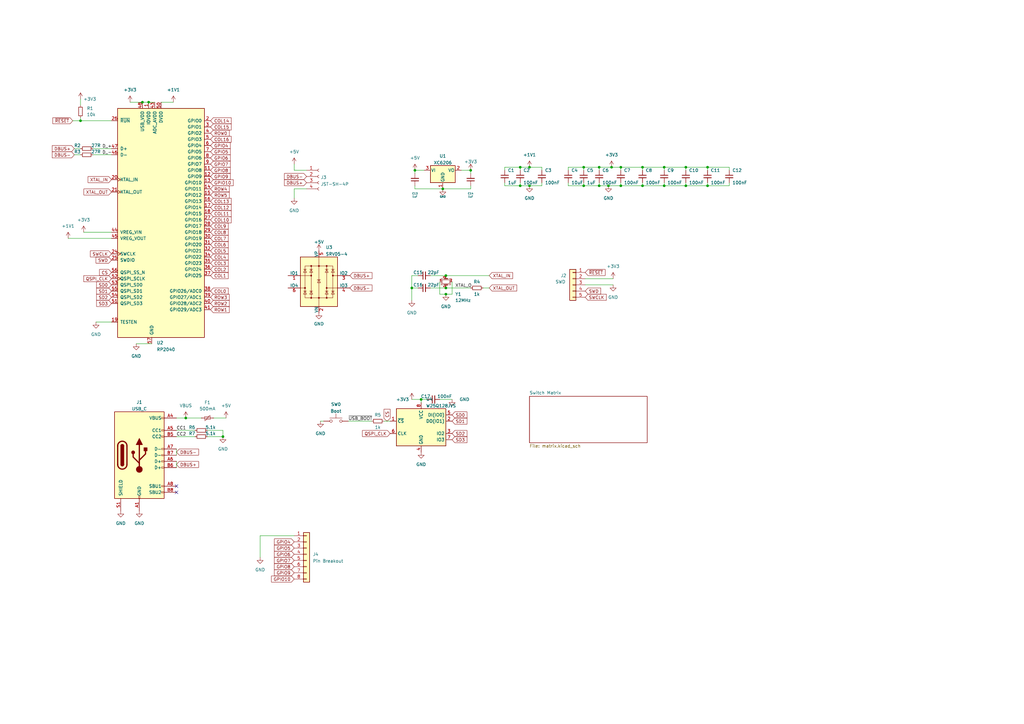
<source format=kicad_sch>
(kicad_sch (version 20211123) (generator eeschema)
  (paper "A3")
  (lib_symbols
    (symbol "Connector:Conn_01x04_Female" (pin_names (offset 1.016) hide)
      (property "Reference" "J" (at 0 5.08 0))
      (property "Value" "Conn_01x04_Female" (at 0 -7.62 0))
      (symbol "Conn_01x04_Female_1_1"
        (arc (start 0 -4.572) (mid -0.508 -5.08) (end 0 -5.588) (stroke (width 0.1524)))
        (arc (start 0 -2.032) (mid -0.508 -2.54) (end 0 -3.048) (stroke (width 0.1524)))
        (polyline (pts (xy -1.27 -5.08) (xy -0.508 -5.08)) (stroke (width 0.1524)))
        (polyline (pts (xy -1.27 -2.54) (xy -0.508 -2.54)) (stroke (width 0.1524)))
        (polyline (pts (xy -1.27 0) (xy -0.508 0)) (stroke (width 0.1524)))
        (polyline (pts (xy -1.27 2.54) (xy -0.508 2.54)) (stroke (width 0.1524)))
        (arc (start 0 0.508) (mid -0.508 0) (end 0 -0.508) (stroke (width 0.1524)))
        (arc (start 0 3.048) (mid -0.508 2.54) (end 0 2.032) (stroke (width 0.1524)))
        (pin passive line (at -5.08 2.54 0) (length 3.81) (name "Pin_1") (number "1"))
        (pin passive line (at -5.08 0 0) (length 3.81) (name "Pin_2") (number "2"))
        (pin passive line (at -5.08 -2.54 0) (length 3.81) (name "Pin_3") (number "3"))
        (pin passive line (at -5.08 -5.08 0) (length 3.81) (name "Pin_4") (number "4"))
      )
    )
    (symbol "Connector:USB_C_Receptacle_USB2.0" (pin_names (offset 1.016))
      (property "Reference" "J" (at -10.16 19.05 0))
      (property "Value" "USB_C_Receptacle_USB2.0" (at 19.05 19.05 0))
      (symbol "USB_C_Receptacle_USB2.0_0_0"
        (rectangle (start -0.254 -17.78) (end 0.254 -16.764))
        (rectangle (start 10.16 -14.986) (end 9.144 -15.494))
        (rectangle (start 10.16 -12.446) (end 9.144 -12.954))
        (rectangle (start 10.16 -4.826) (end 9.144 -5.334))
        (rectangle (start 10.16 -2.286) (end 9.144 -2.794))
        (rectangle (start 10.16 0.254) (end 9.144 -0.254))
        (rectangle (start 10.16 2.794) (end 9.144 2.286))
        (rectangle (start 10.16 7.874) (end 9.144 7.366))
        (rectangle (start 10.16 10.414) (end 9.144 9.906))
        (rectangle (start 10.16 15.494) (end 9.144 14.986))
      )
      (symbol "USB_C_Receptacle_USB2.0_0_1"
        (rectangle (start -10.16 17.78) (end 10.16 -17.78) (stroke (width 0.254)) (fill (type background)))
        (arc (start -8.89 -3.81) (mid -6.985 -5.715) (end -5.08 -3.81) (stroke (width 0.508)))
        (arc (start -7.62 -3.81) (mid -6.985 -4.445) (end -6.35 -3.81) (stroke (width 0.254)))
        (arc (start -7.62 -3.81) (mid -6.985 -4.445) (end -6.35 -3.81) (stroke (width 0.254)) (fill (type outline)))
        (rectangle (start -7.62 -3.81) (end -6.35 3.81) (stroke (width 0.254)) (fill (type outline)))
        (arc (start -6.35 3.81) (mid -6.985 4.445) (end -7.62 3.81) (stroke (width 0.254)))
        (arc (start -6.35 3.81) (mid -6.985 4.445) (end -7.62 3.81) (stroke (width 0.254)) (fill (type outline)))
        (arc (start -5.08 3.81) (mid -6.985 5.715) (end -8.89 3.81) (stroke (width 0.508)))
        (circle (center -2.54 1.143) (radius 0.635) (stroke (width 0.254)) (fill (type outline)))
        (circle (center 0 -5.842) (radius 1.27) (fill (type outline)))
        (polyline (pts (xy -8.89 -3.81) (xy -8.89 3.81)) (stroke (width 0.508)))
        (polyline (pts (xy -5.08 3.81) (xy -5.08 -3.81)) (stroke (width 0.508)))
        (polyline (pts (xy 0 -5.842) (xy 0 4.318)) (stroke (width 0.508)))
        (polyline (pts (xy 0 -3.302) (xy -2.54 -0.762) (xy -2.54 0.508)) (stroke (width 0.508)))
        (polyline (pts (xy 0 -2.032) (xy 2.54 0.508) (xy 2.54 1.778)) (stroke (width 0.508)))
        (polyline (pts (xy -1.27 4.318) (xy 0 6.858) (xy 1.27 4.318) (xy -1.27 4.318)) (stroke (width 0.254)) (fill (type outline)))
        (rectangle (start 1.905 1.778) (end 3.175 3.048) (stroke (width 0.254)) (fill (type outline)))
      )
      (symbol "USB_C_Receptacle_USB2.0_1_1"
        (pin passive line (at 0 -22.86 90) (length 5.08) (name "GND") (number "A1"))
        (pin passive line (at 0 -22.86 90) (length 5.08) hide (name "GND") (number "A12"))
        (pin passive line (at 15.24 15.24 180) (length 5.08) (name "VBUS") (number "A4"))
        (pin bidirectional line (at 15.24 10.16 180) (length 5.08) (name "CC1") (number "A5"))
        (pin bidirectional line (at 15.24 -2.54 180) (length 5.08) (name "D+") (number "A6"))
        (pin bidirectional line (at 15.24 2.54 180) (length 5.08) (name "D-") (number "A7"))
        (pin bidirectional line (at 15.24 -12.7 180) (length 5.08) (name "SBU1") (number "A8"))
        (pin passive line (at 15.24 15.24 180) (length 5.08) hide (name "VBUS") (number "A9"))
        (pin passive line (at 0 -22.86 90) (length 5.08) hide (name "GND") (number "B1"))
        (pin passive line (at 0 -22.86 90) (length 5.08) hide (name "GND") (number "B12"))
        (pin passive line (at 15.24 15.24 180) (length 5.08) hide (name "VBUS") (number "B4"))
        (pin bidirectional line (at 15.24 7.62 180) (length 5.08) (name "CC2") (number "B5"))
        (pin bidirectional line (at 15.24 -5.08 180) (length 5.08) (name "D+") (number "B6"))
        (pin bidirectional line (at 15.24 0 180) (length 5.08) (name "D-") (number "B7"))
        (pin bidirectional line (at 15.24 -15.24 180) (length 5.08) (name "SBU2") (number "B8"))
        (pin passive line (at 15.24 15.24 180) (length 5.08) hide (name "VBUS") (number "B9"))
        (pin passive line (at -7.62 -22.86 90) (length 5.08) (name "SHIELD") (number "S1"))
      )
    )
    (symbol "Connector_Generic:Conn_01x05" (pin_names (offset 1.016) hide)
      (property "Reference" "J" (at 0 7.62 0))
      (property "Value" "Conn_01x05" (at 0 -7.62 0))
      (symbol "Conn_01x05_1_1"
        (rectangle (start -1.27 -4.953) (end 0 -5.207) (stroke (width 0.1524)))
        (rectangle (start -1.27 -2.413) (end 0 -2.667) (stroke (width 0.1524)))
        (rectangle (start -1.27 0.127) (end 0 -0.127) (stroke (width 0.1524)))
        (rectangle (start -1.27 2.667) (end 0 2.413) (stroke (width 0.1524)))
        (rectangle (start -1.27 5.207) (end 0 4.953) (stroke (width 0.1524)))
        (rectangle (start -1.27 6.35) (end 1.27 -6.35) (stroke (width 0.254)) (fill (type background)))
        (pin passive line (at -5.08 5.08 0) (length 3.81) (name "Pin_1") (number "1"))
        (pin passive line (at -5.08 2.54 0) (length 3.81) (name "Pin_2") (number "2"))
        (pin passive line (at -5.08 0 0) (length 3.81) (name "Pin_3") (number "3"))
        (pin passive line (at -5.08 -2.54 0) (length 3.81) (name "Pin_4") (number "4"))
        (pin passive line (at -5.08 -5.08 0) (length 3.81) (name "Pin_5") (number "5"))
      )
    )
    (symbol "Connector_Generic:Conn_01x08" (pin_names (offset 1.016) hide)
      (property "Reference" "J" (at 0 10.16 0))
      (property "Value" "Conn_01x08" (at 0 -12.7 0))
      (symbol "Conn_01x08_1_1"
        (rectangle (start -1.27 -10.033) (end 0 -10.287) (stroke (width 0.1524)))
        (rectangle (start -1.27 -7.493) (end 0 -7.747) (stroke (width 0.1524)))
        (rectangle (start -1.27 -4.953) (end 0 -5.207) (stroke (width 0.1524)))
        (rectangle (start -1.27 -2.413) (end 0 -2.667) (stroke (width 0.1524)))
        (rectangle (start -1.27 0.127) (end 0 -0.127) (stroke (width 0.1524)))
        (rectangle (start -1.27 2.667) (end 0 2.413) (stroke (width 0.1524)))
        (rectangle (start -1.27 5.207) (end 0 4.953) (stroke (width 0.1524)))
        (rectangle (start -1.27 7.747) (end 0 7.493) (stroke (width 0.1524)))
        (rectangle (start -1.27 8.89) (end 1.27 -11.43) (stroke (width 0.254)) (fill (type background)))
        (pin passive line (at -5.08 7.62 0) (length 3.81) (name "Pin_1") (number "1"))
        (pin passive line (at -5.08 5.08 0) (length 3.81) (name "Pin_2") (number "2"))
        (pin passive line (at -5.08 2.54 0) (length 3.81) (name "Pin_3") (number "3"))
        (pin passive line (at -5.08 0 0) (length 3.81) (name "Pin_4") (number "4"))
        (pin passive line (at -5.08 -2.54 0) (length 3.81) (name "Pin_5") (number "5"))
        (pin passive line (at -5.08 -5.08 0) (length 3.81) (name "Pin_6") (number "6"))
        (pin passive line (at -5.08 -7.62 0) (length 3.81) (name "Pin_7") (number "7"))
        (pin passive line (at -5.08 -10.16 0) (length 3.81) (name "Pin_8") (number "8"))
      )
    )
    (symbol "Device:C_Small" (pin_numbers hide) (pin_names (offset 0.254) hide)
      (property "Reference" "C" (at 0.254 1.778 0))
      (property "Value" "C_Small" (at 0.254 -2.032 0))
      (symbol "C_Small_0_1"
        (polyline (pts (xy -1.524 -0.508) (xy 1.524 -0.508)) (stroke (width 0.3302)))
        (polyline (pts (xy -1.524 0.508) (xy 1.524 0.508)) (stroke (width 0.3048)))
      )
      (symbol "C_Small_1_1"
        (pin passive line (at 0 2.54 270) (length 2.032) (name "~") (number "1"))
        (pin passive line (at 0 -2.54 90) (length 2.032) (name "~") (number "2"))
      )
    )
    (symbol "Device:Crystal_GND24_Small" (pin_names (offset 1.016) hide)
      (property "Reference" "Y" (at 1.27 4.445 0))
      (property "Value" "Crystal_GND24_Small" (at 1.27 2.54 0))
      (symbol "Crystal_GND24_Small_0_1"
        (rectangle (start -0.762 -1.524) (end 0.762 1.524))
        (polyline (pts (xy -1.27 -0.762) (xy -1.27 0.762)) (stroke (width 0.381)))
        (polyline (pts (xy 1.27 -0.762) (xy 1.27 0.762)) (stroke (width 0.381)))
        (polyline (pts (xy -1.27 -1.27) (xy -1.27 -1.905) (xy 1.27 -1.905) (xy 1.27 -1.27)))
        (polyline (pts (xy -1.27 1.27) (xy -1.27 1.905) (xy 1.27 1.905) (xy 1.27 1.27)))
      )
      (symbol "Crystal_GND24_Small_1_1"
        (pin passive line (at -2.54 0 0) (length 1.27) (name "1") (number "1"))
        (pin passive line (at 0 -2.54 90) (length 0.635) (name "2") (number "2"))
        (pin passive line (at 2.54 0 180) (length 1.27) (name "3") (number "3"))
        (pin passive line (at 0 2.54 270) (length 0.635) (name "4") (number "4"))
      )
    )
    (symbol "Device:Polyfuse_Small" (pin_numbers hide) (pin_names (offset 0))
      (property "Reference" "F" (at -1.905 0 90))
      (property "Value" "Polyfuse_Small" (at 1.905 0 90))
      (symbol "Polyfuse_Small_0_1"
        (rectangle (start -0.508 1.27) (end 0.508 -1.27))
        (polyline (pts (xy 0 2.54) (xy 0 -2.54)))
        (polyline (pts (xy -1.016 1.27) (xy -1.016 0.762) (xy 1.016 -0.762) (xy 1.016 -1.27)))
      )
      (symbol "Polyfuse_Small_1_1"
        (pin passive line (at 0 2.54 270) (length 0.635) (name "~") (number "1"))
        (pin passive line (at 0 -2.54 90) (length 0.635) (name "~") (number "2"))
      )
    )
    (symbol "Device:R_Small" (pin_numbers hide) (pin_names (offset 0.254) hide)
      (property "Reference" "R" (at 0.762 0.508 0))
      (property "Value" "R_Small" (at 0.762 -1.016 0))
      (symbol "R_Small_0_1"
        (rectangle (start -0.762 1.778) (end 0.762 -1.778) (stroke (width 0.2032)))
      )
      (symbol "R_Small_1_1"
        (pin passive line (at 0 2.54 270) (length 0.762) (name "~") (number "1"))
        (pin passive line (at 0 -2.54 90) (length 0.762) (name "~") (number "2"))
      )
    )
    (symbol "Memory_Flash:W25Q128JVS"
      (property "Reference" "U" (at -8.89 8.89 0))
      (property "Value" "W25Q128JVS" (at 7.62 8.89 0))
      (symbol "W25Q128JVS_0_1"
        (rectangle (start -10.16 7.62) (end 10.16 -7.62) (stroke (width 0.254)) (fill (type background)))
      )
      (symbol "W25Q128JVS_1_1"
        (pin input line (at -12.7 2.54 0) (length 2.54) (name "~{CS}") (number "1"))
        (pin bidirectional line (at 12.7 2.54 180) (length 2.54) (name "DO(IO1)") (number "2"))
        (pin bidirectional line (at 12.7 -2.54 180) (length 2.54) (name "IO2") (number "3"))
        (pin power_in line (at 0 -10.16 90) (length 2.54) (name "GND") (number "4"))
        (pin bidirectional line (at 12.7 5.08 180) (length 2.54) (name "DI(IO0)") (number "5"))
        (pin input line (at -12.7 -2.54 0) (length 2.54) (name "CLK") (number "6"))
        (pin bidirectional line (at 12.7 -5.08 180) (length 2.54) (name "IO3") (number "7"))
        (pin power_in line (at 0 10.16 270) (length 2.54) (name "VCC") (number "8"))
      )
    )
    (symbol "Regulator_Linear:XC6206PxxxMR" (pin_names (offset 0.254))
      (property "Reference" "U" (at -3.81 3.175 0))
      (property "Value" "XC6206PxxxMR" (at 0 3.175 0))
      (symbol "XC6206PxxxMR_0_1"
        (rectangle (start -5.08 1.905) (end 5.08 -5.08) (stroke (width 0.254)) (fill (type background)))
      )
      (symbol "XC6206PxxxMR_1_1"
        (pin power_in line (at 0 -7.62 90) (length 2.54) (name "GND") (number "1"))
        (pin power_out line (at 7.62 0 180) (length 2.54) (name "VO") (number "2"))
        (pin power_in line (at -7.62 0 0) (length 2.54) (name "VI") (number "3"))
      )
    )
    (symbol "Sleep-lib:RP2040" (pin_names (offset 1.016))
      (property "Reference" "U" (at 8.89 51.435 0))
      (property "Value" "RP2040" (at 8.89 48.895 0))
      (symbol "RP2040_0_0"
        (rectangle (start -17.78 -45.72) (end 17.78 48.26) (stroke (width 0.254)) (fill (type background)))
      )
      (symbol "RP2040_1_1"
        (pin power_in line (at -5.08 50.8 270) (length 2.54) (name "IOVDD") (number "1"))
        (pin power_in line (at -5.08 50.8 270) (length 2.54) hide (name "IOVDD") (number "10"))
        (pin input line (at 20.32 22.86 180) (length 2.54) (name "GPIO8") (number "11"))
        (pin input line (at 20.32 20.32 180) (length 2.54) (name "GPIO9") (number "12"))
        (pin input line (at 20.32 17.78 180) (length 2.54) (name "GPIO10") (number "13"))
        (pin input line (at 20.32 15.24 180) (length 2.54) (name "GPIO11") (number "14"))
        (pin input line (at 20.32 12.7 180) (length 2.54) (name "GPIO12") (number "15"))
        (pin input line (at 20.32 10.16 180) (length 2.54) (name "GPIO13") (number "16"))
        (pin input line (at 20.32 7.62 180) (length 2.54) (name "GPIO14") (number "17"))
        (pin input line (at 20.32 5.08 180) (length 2.54) (name "GPIO15") (number "18"))
        (pin input line (at -20.32 -39.37 0) (length 2.54) (name "TESTEN") (number "19"))
        (pin input line (at 20.32 43.18 180) (length 2.54) (name "GPIO0") (number "2"))
        (pin input clock (at -20.32 19.05 0) (length 2.54) (name "XTAL_IN") (number "20"))
        (pin input clock (at -20.32 13.97 0) (length 2.54) (name "XTAL_OUT") (number "21"))
        (pin power_in line (at -5.08 50.8 270) (length 2.54) hide (name "IOVDD") (number "22"))
        (pin power_in line (at 0 50.8 270) (length 2.54) hide (name "DVDD") (number "23"))
        (pin input clock (at -20.32 -11.43 0) (length 2.54) (name "SWCLK") (number "24"))
        (pin bidirectional line (at -20.32 -13.97 0) (length 2.54) (name "SWDIO") (number "25"))
        (pin input line (at -20.32 43.18 0) (length 2.54) (name "~{RUN}") (number "26"))
        (pin input line (at 20.32 2.54 180) (length 2.54) (name "GPIO16") (number "27"))
        (pin input line (at 20.32 0 180) (length 2.54) (name "GPIO17") (number "28"))
        (pin input line (at 20.32 -2.54 180) (length 2.54) (name "GPIO18") (number "29"))
        (pin input line (at 20.32 40.64 180) (length 2.54) (name "GPIO1") (number "3"))
        (pin input line (at 20.32 -5.08 180) (length 2.54) (name "GPIO19") (number "30"))
        (pin input line (at 20.32 -7.62 180) (length 2.54) (name "GPIO20") (number "31"))
        (pin input line (at 20.32 -10.16 180) (length 2.54) (name "GPIO21") (number "32"))
        (pin power_in line (at -5.08 50.8 270) (length 2.54) hide (name "IOVDD") (number "33"))
        (pin input line (at 20.32 -12.7 180) (length 2.54) (name "GPIO22") (number "34"))
        (pin input line (at 20.32 -15.24 180) (length 2.54) (name "GPIO23") (number "35"))
        (pin input line (at 20.32 -17.78 180) (length 2.54) (name "GPIO24") (number "36"))
        (pin input line (at 20.32 -20.32 180) (length 2.54) (name "GPIO25") (number "37"))
        (pin input line (at 20.32 -26.67 180) (length 2.54) (name "GPIO26/ADC0") (number "38"))
        (pin input line (at 20.32 -29.21 180) (length 2.54) (name "GPIO27/ADC1") (number "39"))
        (pin input line (at 20.32 38.1 180) (length 2.54) (name "GPIO2") (number "4"))
        (pin input line (at 20.32 -31.75 180) (length 2.54) (name "GPIO28/ADC2") (number "40"))
        (pin input line (at 20.32 -34.29 180) (length 2.54) (name "GPIO29/ADC3") (number "41"))
        (pin power_in line (at -5.08 50.8 270) (length 2.54) hide (name "IOVDD") (number "42"))
        (pin power_in line (at -2.54 50.8 270) (length 2.54) (name "ADC_AVDD") (number "43"))
        (pin power_in line (at -20.32 -2.54 0) (length 2.54) (name "VREG_VIN") (number "44"))
        (pin power_out line (at -20.32 -5.08 0) (length 2.54) (name "VREG_VOUT") (number "45"))
        (pin bidirectional line (at -20.32 29.21 0) (length 2.54) (name "D-") (number "46"))
        (pin bidirectional line (at -20.32 31.75 0) (length 2.54) (name "D+") (number "47"))
        (pin power_in line (at -7.62 50.8 270) (length 2.54) (name "USB_VDD") (number "48"))
        (pin power_in line (at -5.08 50.8 270) (length 2.54) hide (name "IOVDD") (number "49"))
        (pin input line (at 20.32 35.56 180) (length 2.54) (name "GPIO3") (number "5"))
        (pin power_in line (at 0 50.8 270) (length 2.54) (name "DVDD") (number "50"))
        (pin bidirectional line (at -20.32 -31.75 0) (length 2.54) (name "QSPI_SD3") (number "51"))
        (pin input clock (at -20.32 -21.59 0) (length 2.54) (name "QSPI_SCLK") (number "52"))
        (pin bidirectional line (at -20.32 -24.13 0) (length 2.54) (name "QSPI_SD0") (number "53"))
        (pin bidirectional line (at -20.32 -29.21 0) (length 2.54) (name "QSPI_SD2") (number "54"))
        (pin bidirectional line (at -20.32 -26.67 0) (length 2.54) (name "QSPI_SD1") (number "55"))
        (pin bidirectional line (at -20.32 -19.05 0) (length 2.54) (name "QSPI_SS_N") (number "56"))
        (pin power_in line (at -3.81 -48.26 90) (length 2.54) (name "GND") (number "57"))
        (pin input line (at 20.32 33.02 180) (length 2.54) (name "GPIO4") (number "6"))
        (pin input line (at 20.32 30.48 180) (length 2.54) (name "GPIO5") (number "7"))
        (pin input line (at 20.32 27.94 180) (length 2.54) (name "GPIO6") (number "8"))
        (pin input line (at 20.32 25.4 180) (length 2.54) (name "GPIO7") (number "9"))
      )
    )
    (symbol "Switch:SW_Push" (pin_numbers hide) (pin_names (offset 1.016) hide)
      (property "Reference" "SW" (at 1.27 2.54 0))
      (property "Value" "SW_Push" (at 0 -1.524 0))
      (symbol "SW_Push_0_1"
        (circle (center -2.032 0) (radius 0.508))
        (polyline (pts (xy 0 1.27) (xy 0 3.048)))
        (polyline (pts (xy 2.54 1.27) (xy -2.54 1.27)))
        (circle (center 2.032 0) (radius 0.508))
        (pin passive line (at -5.08 0 0) (length 2.54) (name "1") (number "1"))
        (pin passive line (at 5.08 0 180) (length 2.54) (name "2") (number "2"))
      )
    )
    (symbol "marbastlib-various:SRV05-4" (pin_names (offset 0))
      (property "Reference" "U" (at -5.08 11.43 0))
      (property "Value" "SRV05-4" (at 2.54 11.43 0))
      (symbol "SRV05-4_0_0"
        (rectangle (start -5.715 6.477) (end 5.715 -6.604))
        (polyline (pts (xy -3.175 -6.604) (xy -3.175 6.477)))
        (polyline (pts (xy 3.175 6.477) (xy 3.175 -6.604)))
      )
      (symbol "SRV05-4_0_1"
        (rectangle (start -7.62 10.16) (end 7.62 -10.16) (stroke (width 0.254)) (fill (type background)))
        (circle (center -5.715 -2.54) (radius 0.2794) (fill (type outline)))
        (circle (center -3.175 -6.604) (radius 0.2794) (fill (type outline)))
        (circle (center -3.175 2.54) (radius 0.2794) (fill (type outline)))
        (circle (center -3.175 6.477) (radius 0.2794) (fill (type outline)))
        (circle (center 0 -6.604) (radius 0.2794) (fill (type outline)))
        (polyline (pts (xy -7.747 2.54) (xy -3.175 2.54)))
        (polyline (pts (xy -7.62 -2.54) (xy -5.715 -2.54)))
        (polyline (pts (xy -5.08 -3.81) (xy -6.35 -3.81)))
        (polyline (pts (xy -5.08 5.08) (xy -6.35 5.08)))
        (polyline (pts (xy -2.54 -3.81) (xy -3.81 -3.81)))
        (polyline (pts (xy -2.54 5.08) (xy -3.81 5.08)))
        (polyline (pts (xy 0 10.16) (xy 0 -10.16)))
        (polyline (pts (xy 3.81 -3.81) (xy 2.54 -3.81)))
        (polyline (pts (xy 3.81 5.08) (xy 2.54 5.08)))
        (polyline (pts (xy 6.35 -3.81) (xy 5.08 -3.81)))
        (polyline (pts (xy 6.35 5.08) (xy 5.08 5.08)))
        (polyline (pts (xy 7.62 -2.54) (xy 3.175 -2.54)))
        (polyline (pts (xy 7.62 2.54) (xy 5.715 2.54)))
        (polyline (pts (xy 0.635 0.889) (xy -0.635 0.889) (xy -0.635 0.635)))
        (polyline (pts (xy -5.08 -5.08) (xy -6.35 -5.08) (xy -5.715 -3.81) (xy -5.08 -5.08)))
        (polyline (pts (xy -5.08 3.81) (xy -6.35 3.81) (xy -5.715 5.08) (xy -5.08 3.81)))
        (polyline (pts (xy -2.54 -5.08) (xy -3.81 -5.08) (xy -3.175 -3.81) (xy -2.54 -5.08)))
        (polyline (pts (xy -2.54 3.81) (xy -3.81 3.81) (xy -3.175 5.08) (xy -2.54 3.81)))
        (polyline (pts (xy 0.635 -0.381) (xy -0.635 -0.381) (xy 0 0.889) (xy 0.635 -0.381)))
        (polyline (pts (xy 3.81 -5.08) (xy 2.54 -5.08) (xy 3.175 -3.81) (xy 3.81 -5.08)))
        (polyline (pts (xy 3.81 3.81) (xy 2.54 3.81) (xy 3.175 5.08) (xy 3.81 3.81)))
        (polyline (pts (xy 6.35 -5.08) (xy 5.08 -5.08) (xy 5.715 -3.81) (xy 6.35 -5.08)))
        (polyline (pts (xy 6.35 3.81) (xy 5.08 3.81) (xy 5.715 5.08) (xy 6.35 3.81)))
        (circle (center 0 6.477) (radius 0.2794) (fill (type outline)))
        (circle (center 3.175 -6.604) (radius 0.2794) (fill (type outline)))
        (circle (center 3.175 -2.54) (radius 0.2794) (fill (type outline)))
        (circle (center 3.175 6.477) (radius 0.2794) (fill (type outline)))
        (circle (center 5.715 2.54) (radius 0.2794) (fill (type outline)))
      )
      (symbol "SRV05-4_1_1"
        (pin passive line (at -12.7 2.54 0) (length 5.08) (name "IO1") (number "1"))
        (pin passive line (at 0 -12.7 90) (length 2.54) (name "VN") (number "2"))
        (pin passive line (at 12.7 2.54 180) (length 5.08) (name "IO2") (number "3"))
        (pin passive line (at 12.7 -2.54 180) (length 5.08) (name "IO3") (number "4"))
        (pin passive line (at 0 12.7 270) (length 2.54) (name "VP") (number "5"))
        (pin passive line (at -12.7 -2.54 0) (length 5.08) (name "IO4") (number "6"))
      )
    )
    (symbol "power:+1V1" (power) (pin_names (offset 0))
      (property "Value" "+1V1" (at 0 3.556 0))
      (symbol "+1V1_0_1"
        (polyline (pts (xy -0.762 1.27) (xy 0 2.54)))
        (polyline (pts (xy 0 0) (xy 0 2.54)))
        (polyline (pts (xy 0 2.54) (xy 0.762 1.27)))
      )
      (symbol "+1V1_1_1"
        (pin power_in line (at 0 0 90) (length 0) hide (name "+1V1") (number "1"))
      )
    )
    (symbol "power:+3.3V" (power) (pin_names (offset 0))
      (property "Value" "+3.3V" (at 0 3.556 0))
      (symbol "+3.3V_0_1"
        (polyline (pts (xy -0.762 1.27) (xy 0 2.54)))
        (polyline (pts (xy 0 0) (xy 0 2.54)))
        (polyline (pts (xy 0 2.54) (xy 0.762 1.27)))
      )
      (symbol "+3.3V_1_1"
        (pin power_in line (at 0 0 90) (length 0) hide (name "+3V3") (number "1"))
      )
    )
    (symbol "power:+3V3" (power) (pin_names (offset 0))
      (property "Value" "+3V3" (at 0 3.556 0))
      (symbol "+3V3_0_1"
        (polyline (pts (xy -0.762 1.27) (xy 0 2.54)))
        (polyline (pts (xy 0 0) (xy 0 2.54)))
        (polyline (pts (xy 0 2.54) (xy 0.762 1.27)))
      )
      (symbol "+3V3_1_1"
        (pin power_in line (at 0 0 90) (length 0) hide (name "+3V3") (number "1"))
      )
    )
    (symbol "power:+5V" (power) (pin_names (offset 0))
      (property "Value" "+5V" (at 0 3.556 0))
      (symbol "+5V_0_1"
        (polyline (pts (xy -0.762 1.27) (xy 0 2.54)))
        (polyline (pts (xy 0 0) (xy 0 2.54)))
        (polyline (pts (xy 0 2.54) (xy 0.762 1.27)))
      )
      (symbol "+5V_1_1"
        (pin power_in line (at 0 0 90) (length 0) hide (name "+5V") (number "1"))
      )
    )
    (symbol "power:GND" (power) (pin_names (offset 0))
      (property "Value" "GND" (at 0 -3.81 0))
      (symbol "GND_0_1"
        (polyline (pts (xy 0 0) (xy 0 -1.27) (xy 1.27 -1.27) (xy 0 -2.54) (xy -1.27 -1.27) (xy 0 -1.27)))
      )
      (symbol "GND_1_1"
        (pin power_in line (at 0 0 270) (length 0) hide (name "GND") (number "1"))
      )
    )
    (symbol "power:VBUS" (power) (pin_names (offset 0))
      (property "Value" "VBUS" (at 0 3.81 0))
      (symbol "VBUS_0_1"
        (polyline (pts (xy -0.762 1.27) (xy 0 2.54)))
        (polyline (pts (xy 0 0) (xy 0 2.54)))
        (polyline (pts (xy 0 2.54) (xy 0.762 1.27)))
      )
      (symbol "VBUS_1_1"
        (pin power_in line (at 0 0 90) (length 0) hide (name "VBUS") (number "1"))
      )
    )
  )
  (junction (at 193.04 69.85) (diameter 0.9144))
  (junction (at 245.745 76.2))
  (junction (at 182.88 120.65))
  (junction (at 245.745 68.58))
  (junction (at 290.195 76.2))
  (junction (at 254.635 68.58))
  (junction (at 182.88 113.03))
  (junction (at 58.42 41.91))
  (junction (at 181.61 77.47) (diameter 0.9144))
  (junction (at 281.305 68.58))
  (junction (at 172.72 163.83))
  (junction (at 168.91 118.11))
  (junction (at 263.525 76.2))
  (junction (at 170.18 69.85) (diameter 0.9144))
  (junction (at 281.305 76.2))
  (junction (at 33.02 49.53))
  (junction (at 272.415 76.2))
  (junction (at 182.88 118.11))
  (junction (at 217.17 76.2))
  (junction (at 76.2 171.45))
  (junction (at 213.36 76.2))
  (junction (at 249.555 76.2))
  (junction (at 60.96 41.91))
  (junction (at 272.415 68.58))
  (junction (at 239.395 76.2))
  (junction (at 217.17 68.58))
  (junction (at 91.44 179.07))
  (junction (at 213.36 68.58))
  (junction (at 254.635 76.2))
  (junction (at 239.395 68.58))
  (junction (at 290.195 68.58))
  (junction (at 250.825 68.58))
  (junction (at 263.525 68.58))
  (no_connect (at 72.39 199.39))
  (no_connect (at 72.39 201.93))
  (wire (pts (xy 125.73 69.85) (xy 120.65 69.85)))
  (wire (pts (xy 87.63 171.45) (xy 92.71 171.45)))
  (wire (pts (xy 125.73 77.47) (xy 120.65 77.47)))
  (wire (pts (xy 281.305 68.58) (xy 281.305 69.85)))
  (wire (pts (xy 263.525 76.2) (xy 263.525 74.93)))
  (wire (pts (xy 182.88 113.03) (xy 200.66 113.03)))
  (wire (pts (xy 131.445 172.72) (xy 132.715 172.72)))
  (wire (pts (xy 239.395 74.93) (xy 239.395 76.2)))
  (wire (pts (xy 207.01 74.93) (xy 207.01 76.2)))
  (wire (pts (xy 245.745 68.58) (xy 250.825 68.58)))
  (wire (pts (xy 142.875 172.72) (xy 152.4 172.72)))
  (wire (pts (xy 172.72 163.83) (xy 172.72 165.1)))
  (wire (pts (xy 30.48 63.5) (xy 33.02 63.5)))
  (wire (pts (xy 217.17 68.58) (xy 213.36 68.58)))
  (wire (pts (xy 254.635 76.2) (xy 263.525 76.2)))
  (wire (pts (xy 172.72 163.83) (xy 175.26 163.83)))
  (wire (pts (xy 263.525 68.58) (xy 263.525 69.85)))
  (wire (pts (xy 233.045 69.85) (xy 233.045 68.58)))
  (wire (pts (xy 176.53 118.11) (xy 182.88 118.11)))
  (wire (pts (xy 120.65 77.47) (xy 120.65 81.28)))
  (wire (pts (xy 181.61 77.47) (xy 193.04 77.47)))
  (wire (pts (xy 281.305 68.58) (xy 290.195 68.58)))
  (wire (pts (xy 233.045 76.2) (xy 239.395 76.2)))
  (wire (pts (xy 263.525 76.2) (xy 272.415 76.2)))
  (wire (pts (xy 245.745 74.93) (xy 245.745 76.2)))
  (wire (pts (xy 180.34 115.57) (xy 180.34 120.65)))
  (wire (pts (xy 180.34 120.65) (xy 182.88 120.65)))
  (wire (pts (xy 34.29 95.25) (xy 45.72 95.25)))
  (wire (pts (xy 213.36 68.58) (xy 213.36 69.85)))
  (wire (pts (xy 239.395 76.2) (xy 245.745 76.2)))
  (wire (pts (xy 168.91 118.11) (xy 168.91 123.19)))
  (wire (pts (xy 33.02 49.53) (xy 45.72 49.53)))
  (wire (pts (xy 299.085 76.2) (xy 299.085 74.93)))
  (wire (pts (xy 72.39 179.07) (xy 80.01 179.07)))
  (wire (pts (xy 193.04 69.85) (xy 193.04 71.12)))
  (wire (pts (xy 60.96 41.91) (xy 63.5 41.91)))
  (wire (pts (xy 240.03 114.3) (xy 251.46 114.3)))
  (wire (pts (xy 53.34 41.91) (xy 58.42 41.91)))
  (wire (pts (xy 168.91 118.11) (xy 171.45 118.11)))
  (wire (pts (xy 45.72 97.79) (xy 27.94 97.79)))
  (wire (pts (xy 290.195 76.2) (xy 299.085 76.2)))
  (wire (pts (xy 38.1 63.5) (xy 45.72 63.5)))
  (wire (pts (xy 193.04 76.2) (xy 193.04 77.47)))
  (wire (pts (xy 272.415 68.58) (xy 281.305 68.58)))
  (wire (pts (xy 290.195 76.2) (xy 290.195 74.93)))
  (wire (pts (xy 290.195 68.58) (xy 299.085 68.58)))
  (wire (pts (xy 120.65 219.71) (xy 106.68 219.71)))
  (wire (pts (xy 254.635 68.58) (xy 254.635 69.85)))
  (wire (pts (xy 245.745 76.2) (xy 249.555 76.2)))
  (wire (pts (xy 281.305 74.93) (xy 281.305 76.2)))
  (wire (pts (xy 254.635 68.58) (xy 263.525 68.58)))
  (wire (pts (xy 185.42 115.57) (xy 185.42 120.65)))
  (wire (pts (xy 207.01 68.58) (xy 207.01 69.85)))
  (wire (pts (xy 106.68 219.71) (xy 106.68 228.6)))
  (wire (pts (xy 290.195 68.58) (xy 290.195 69.85)))
  (wire (pts (xy 181.61 77.47) (xy 170.18 77.47)))
  (wire (pts (xy 213.36 68.58) (xy 207.01 68.58)))
  (wire (pts (xy 272.415 76.2) (xy 281.305 76.2)))
  (wire (pts (xy 85.09 179.07) (xy 91.44 179.07)))
  (wire (pts (xy 254.635 76.2) (xy 254.635 74.93)))
  (wire (pts (xy 72.39 171.45) (xy 76.2 171.45)))
  (wire (pts (xy 250.825 68.58) (xy 254.635 68.58)))
  (wire (pts (xy 72.39 184.15) (xy 72.39 186.69)))
  (wire (pts (xy 30.48 60.96) (xy 33.02 60.96)))
  (wire (pts (xy 272.415 68.58) (xy 272.415 69.85)))
  (wire (pts (xy 299.085 68.58) (xy 299.085 69.85)))
  (wire (pts (xy 222.25 76.2) (xy 222.25 74.93)))
  (wire (pts (xy 222.25 68.58) (xy 222.25 69.85)))
  (wire (pts (xy 170.18 69.85) (xy 170.18 71.12)))
  (wire (pts (xy 180.34 163.83) (xy 185.42 163.83)))
  (wire (pts (xy 170.18 69.85) (xy 173.99 69.85)))
  (wire (pts (xy 33.02 40.64) (xy 33.02 43.18)))
  (wire (pts (xy 72.39 189.23) (xy 72.39 191.77)))
  (wire (pts (xy 251.46 116.84) (xy 240.03 116.84)))
  (wire (pts (xy 29.845 49.53) (xy 33.02 49.53)))
  (wire (pts (xy 182.88 118.11) (xy 193.04 118.11)))
  (wire (pts (xy 157.48 172.72) (xy 160.02 172.72)))
  (wire (pts (xy 189.23 69.85) (xy 193.04 69.85)))
  (wire (pts (xy 120.65 67.31) (xy 120.65 69.85)))
  (wire (pts (xy 213.36 76.2) (xy 217.17 76.2)))
  (wire (pts (xy 185.42 120.65) (xy 182.88 120.65)))
  (wire (pts (xy 91.44 176.53) (xy 91.44 179.07)))
  (wire (pts (xy 213.36 74.93) (xy 213.36 76.2)))
  (wire (pts (xy 239.395 68.58) (xy 239.395 69.85)))
  (wire (pts (xy 233.045 68.58) (xy 239.395 68.58)))
  (wire (pts (xy 72.39 176.53) (xy 80.01 176.53)))
  (wire (pts (xy 171.45 113.03) (xy 168.91 113.03)))
  (wire (pts (xy 55.88 140.97) (xy 62.23 140.97)))
  (wire (pts (xy 85.09 176.53) (xy 91.44 176.53)))
  (wire (pts (xy 176.53 113.03) (xy 182.88 113.03)))
  (wire (pts (xy 263.525 68.58) (xy 272.415 68.58)))
  (wire (pts (xy 281.305 76.2) (xy 290.195 76.2)))
  (wire (pts (xy 58.42 41.91) (xy 60.96 41.91)))
  (wire (pts (xy 245.745 68.58) (xy 239.395 68.58)))
  (wire (pts (xy 168.91 113.03) (xy 168.91 118.11)))
  (wire (pts (xy 38.1 60.96) (xy 45.72 60.96)))
  (wire (pts (xy 66.04 41.91) (xy 71.12 41.91)))
  (wire (pts (xy 249.555 76.2) (xy 254.635 76.2)))
  (wire (pts (xy 33.02 48.26) (xy 33.02 49.53)))
  (wire (pts (xy 233.045 74.93) (xy 233.045 76.2)))
  (wire (pts (xy 168.91 163.83) (xy 172.72 163.83)))
  (wire (pts (xy 198.12 118.11) (xy 200.66 118.11)))
  (wire (pts (xy 245.745 68.58) (xy 245.745 69.85)))
  (wire (pts (xy 76.2 171.45) (xy 82.55 171.45)))
  (wire (pts (xy 39.37 132.08) (xy 45.72 132.08)))
  (wire (pts (xy 272.415 74.93) (xy 272.415 76.2)))
  (wire (pts (xy 217.17 76.2) (xy 222.25 76.2)))
  (wire (pts (xy 207.01 76.2) (xy 213.36 76.2)))
  (wire (pts (xy 170.18 76.2) (xy 170.18 77.47)))
  (wire (pts (xy 217.17 68.58) (xy 222.25 68.58)))
  (label "CC2" (at 72.39 179.07 0))
  (label "D_+" (at 41.91 60.96 0))
  (label "D_-" (at 41.91 63.5 0))
  (label "CC1" (at 72.39 176.53 0))
  (label "XTAL_O" (at 186.69 118.11 0))
  (label "~{USB_BOOT}" (at 142.875 172.72 0))
  (global_label "COL10" (shape input) (at 86.36 90.17 0) (property "Intersheet References" "${INTERSHEET_REFS}" (effects hide)))
  (global_label "DBUS+" (shape input) (at 143.51 113.03 0) (property "Intersheet References" "${INTERSHEET_REFS}" (effects hide)))
  (global_label "SD3" (shape input) (at 45.72 124.46 180) (property "Intersheet References" "${INTERSHEET_REFS}" (effects hide)))
  (global_label "ROW4" (shape input) (at 86.36 77.47 0) (property "Intersheet References" "${INTERSHEET_REFS}" (effects hide)))
  (global_label "CS" (shape input) (at 158.75 172.72 90) (property "Intersheet References" "${INTERSHEET_REFS}" (effects hide)))
  (global_label "COL2" (shape input) (at 86.36 110.49 0) (property "Intersheet References" "${INTERSHEET_REFS}" (effects hide)))
  (global_label "ROW0" (shape input) (at 86.36 54.61 0) (property "Intersheet References" "${INTERSHEET_REFS}" (effects hide)))
  (global_label "QSPI_CLK" (shape input) (at 160.02 177.8 180) (property "Intersheet References" "${INTERSHEET_REFS}" (effects hide)))
  (global_label "SD3" (shape input) (at 185.42 180.34 0) (property "Intersheet References" "${INTERSHEET_REFS}" (effects hide)))
  (global_label "DBUS+" (shape input) (at 125.73 74.93 180) (property "Intersheet References" "${INTERSHEET_REFS}" (effects hide)))
  (global_label "DBUS-" (shape input) (at 143.51 118.11 0) (property "Intersheet References" "${INTERSHEET_REFS}" (effects hide)))
  (global_label "GPIO4" (shape input) (at 120.65 222.25 180) (property "Intersheet References" "${INTERSHEET_REFS}" (effects hide)))
  (global_label "DBUS-" (shape input) (at 72.39 185.42 0) (property "Intersheet References" "${INTERSHEET_REFS}" (effects hide)))
  (global_label "DBUS-" (shape input) (at 30.48 63.5 180) (property "Intersheet References" "${INTERSHEET_REFS}" (effects hide)))
  (global_label "ROW5" (shape input) (at 86.36 80.01 0) (property "Intersheet References" "${INTERSHEET_REFS}" (effects hide)))
  (global_label "GPIO6" (shape input) (at 120.65 227.33 180) (property "Intersheet References" "${INTERSHEET_REFS}" (effects hide)))
  (global_label "GPIO7" (shape input) (at 120.65 229.87 180) (property "Intersheet References" "${INTERSHEET_REFS}" (effects hide)))
  (global_label "COL12" (shape input) (at 86.36 85.09 0) (property "Intersheet References" "${INTERSHEET_REFS}" (effects hide)))
  (global_label "COL7" (shape input) (at 86.36 97.79 0) (property "Intersheet References" "${INTERSHEET_REFS}" (effects hide)))
  (global_label "COL13" (shape input) (at 86.36 82.55 0) (property "Intersheet References" "${INTERSHEET_REFS}" (effects hide)))
  (global_label "COL1" (shape input) (at 86.36 113.03 0) (property "Intersheet References" "${INTERSHEET_REFS}" (effects hide)))
  (global_label "COL11" (shape input) (at 86.36 87.63 0) (property "Intersheet References" "${INTERSHEET_REFS}" (effects hide)))
  (global_label "QSPI_CLK" (shape input) (at 45.72 114.3 180) (property "Intersheet References" "${INTERSHEET_REFS}" (effects hide)))
  (global_label "GPIO8" (shape input) (at 86.36 69.85 0) (property "Intersheet References" "${INTERSHEET_REFS}" (effects hide)))
  (global_label "SD0" (shape input) (at 185.42 170.18 0) (property "Intersheet References" "${INTERSHEET_REFS}" (effects hide)))
  (global_label "COL9" (shape input) (at 86.36 92.71 0) (property "Intersheet References" "${INTERSHEET_REFS}" (effects hide)))
  (global_label "COL4" (shape input) (at 86.36 105.41 0) (property "Intersheet References" "${INTERSHEET_REFS}" (effects hide)))
  (global_label "SD1" (shape input) (at 45.72 119.38 180) (property "Intersheet References" "${INTERSHEET_REFS}" (effects hide)))
  (global_label "SWCLK" (shape input) (at 45.72 104.14 180) (property "Intersheet References" "${INTERSHEET_REFS}" (effects hide)))
  (global_label "GPIO10" (shape input) (at 86.36 74.93 0) (property "Intersheet References" "${INTERSHEET_REFS}" (effects hide)))
  (global_label "SWD" (shape input) (at 240.03 119.38 0) (property "Intersheet References" "${INTERSHEET_REFS}" (effects hide)))
  (global_label "GPIO9" (shape input) (at 120.65 234.95 180) (property "Intersheet References" "${INTERSHEET_REFS}" (effects hide)))
  (global_label "GPIO5" (shape input) (at 120.65 224.79 180) (property "Intersheet References" "${INTERSHEET_REFS}" (effects hide)))
  (global_label "COL0" (shape input) (at 86.36 119.38 0) (property "Intersheet References" "${INTERSHEET_REFS}" (effects hide)))
  (global_label "SWD" (shape input) (at 45.72 106.68 180) (property "Intersheet References" "${INTERSHEET_REFS}" (effects hide)))
  (global_label "COL8" (shape input) (at 86.36 95.25 0) (property "Intersheet References" "${INTERSHEET_REFS}" (effects hide)))
  (global_label "DBUS+" (shape input) (at 30.48 60.96 180) (property "Intersheet References" "${INTERSHEET_REFS}" (effects hide)))
  (global_label "COL16" (shape input) (at 86.36 57.15 0) (property "Intersheet References" "${INTERSHEET_REFS}" (effects hide)))
  (global_label "~{RESET}" (shape input) (at 29.845 49.53 180) (property "Intersheet References" "${INTERSHEET_REFS}" (effects hide)))
  (global_label "ROW1" (shape input) (at 86.36 127 0) (property "Intersheet References" "${INTERSHEET_REFS}" (effects hide)))
  (global_label "SWCLK" (shape input) (at 240.03 121.92 0) (property "Intersheet References" "${INTERSHEET_REFS}" (effects hide)))
  (global_label "COL15" (shape input) (at 86.36 52.07 0) (property "Intersheet References" "${INTERSHEET_REFS}" (effects hide)))
  (global_label "COL6" (shape input) (at 86.36 100.33 0) (property "Intersheet References" "${INTERSHEET_REFS}" (effects hide)))
  (global_label "ROW2" (shape input) (at 86.36 124.46 0) (property "Intersheet References" "${INTERSHEET_REFS}" (effects hide)))
  (global_label "GPIO4" (shape input) (at 86.36 59.69 0) (property "Intersheet References" "${INTERSHEET_REFS}" (effects hide)))
  (global_label "SD2" (shape input) (at 45.72 121.92 180) (property "Intersheet References" "${INTERSHEET_REFS}" (effects hide)))
  (global_label "GPIO5" (shape input) (at 86.36 62.23 0) (property "Intersheet References" "${INTERSHEET_REFS}" (effects hide)))
  (global_label "COL3" (shape input) (at 86.36 107.95 0) (property "Intersheet References" "${INTERSHEET_REFS}" (effects hide)))
  (global_label "GPIO6" (shape input) (at 86.36 64.77 0) (property "Intersheet References" "${INTERSHEET_REFS}" (effects hide)))
  (global_label "SD1" (shape input) (at 185.42 172.72 0) (property "Intersheet References" "${INTERSHEET_REFS}" (effects hide)))
  (global_label "XTAL_IN" (shape input) (at 200.66 113.03 0) (property "Intersheet References" "${INTERSHEET_REFS}" (effects hide)))
  (global_label "XTAL_OUT" (shape input) (at 200.66 118.11 0) (property "Intersheet References" "${INTERSHEET_REFS}" (effects hide)))
  (global_label "ROW3" (shape input) (at 86.36 121.92 0) (property "Intersheet References" "${INTERSHEET_REFS}" (effects hide)))
  (global_label "GPIO8" (shape input) (at 120.65 232.41 180) (property "Intersheet References" "${INTERSHEET_REFS}" (effects hide)))
  (global_label "XTAL_IN" (shape input) (at 45.72 73.66 180) (property "Intersheet References" "${INTERSHEET_REFS}" (effects hide)))
  (global_label "GPIO9" (shape input) (at 86.36 72.39 0) (property "Intersheet References" "${INTERSHEET_REFS}" (effects hide)))
  (global_label "XTAL_OUT" (shape input) (at 45.72 78.74 180) (property "Intersheet References" "${INTERSHEET_REFS}" (effects hide)))
  (global_label "GPIO10" (shape input) (at 120.65 237.49 180) (property "Intersheet References" "${INTERSHEET_REFS}" (effects hide)))
  (global_label "DBUS-" (shape input) (at 125.73 72.39 180) (property "Intersheet References" "${INTERSHEET_REFS}" (effects hide)))
  (global_label "~{RESET}" (shape input) (at 240.03 111.76 0) (property "Intersheet References" "${INTERSHEET_REFS}" (effects hide)))
  (global_label "SD0" (shape input) (at 45.72 116.84 180) (property "Intersheet References" "${INTERSHEET_REFS}" (effects hide)))
  (global_label "DBUS+" (shape input) (at 72.39 190.5 0) (property "Intersheet References" "${INTERSHEET_REFS}" (effects hide)))
  (global_label "SD2" (shape input) (at 185.42 177.8 0) (property "Intersheet References" "${INTERSHEET_REFS}" (effects hide)))
  (global_label "GPIO7" (shape input) (at 86.36 67.31 0) (property "Intersheet References" "${INTERSHEET_REFS}" (effects hide)))
  (global_label "COL14" (shape input) (at 86.36 49.53 0) (property "Intersheet References" "${INTERSHEET_REFS}" (effects hide)))
  (global_label "CS" (shape input) (at 45.72 111.76 180) (property "Intersheet References" "${INTERSHEET_REFS}" (effects hide)))
  (global_label "COL5" (shape input) (at 86.36 102.87 0) (property "Intersheet References" "${INTERSHEET_REFS}" (effects hide)))
  (symbol (lib_id "Device:C_Small") (at 233.045 72.39 0) (unit 1)
    (property "Reference" "C4" (at 234.315 69.8499 0) (effects (justify left)))
    (property "Value" "10uF" (at 234.315 74.9299 0) (effects (justify left)))
    (property "Footprint" "Capacitor_SMD:C_0402_1005Metric" (effects hide))
    (property "LCSC" "C15525" (effects hide))
  )
  (symbol (lib_id "power:+3V3") (at 34.29 95.25 0) (unit 1)
    (property "Reference" "#PWR0101" (effects hide))
    (property "Value" "+3V3" (at 34.29 90.17 0))
  )
  (symbol (lib_id "power:+3V3") (at 53.34 41.91 0) (unit 1)
    (property "Reference" "#PWR02" (effects hide))
    (property "Value" "+3V3" (at 53.34 36.83 0))
  )
  (symbol (lib_id "Device:C_Small") (at 177.8 163.83 90) (unit 1)
    (property "Reference" "C17" (at 176.5299 162.56 90) (effects (justify left)))
    (property "Value" "100nF" (at 185.4199 162.56 90) (effects (justify left)))
    (property "Footprint" "Capacitor_SMD:C_0402_1005Metric" (effects hide))
    (property "LCSC" "C1525" (effects hide))
  )
  (symbol (lib_id "Device:C_Small") (at 299.085 72.39 0) (unit 1)
    (property "Reference" "C12" (at 300.355 69.8499 0) (effects (justify left)))
    (property "Value" "100nF" (at 300.355 74.9299 0) (effects (justify left)))
    (property "Footprint" "Capacitor_SMD:C_0402_1005Metric" (effects hide))
    (property "LCSC" "C1525" (effects hide))
  )
  (symbol (lib_id "power:GND") (at 172.72 185.42 0) (unit 1)
    (property "Reference" "#PWR023" (effects hide))
    (property "Value" "GND" (at 172.72 190.5 0))
  )
  (symbol (lib_id "Device:C_Small") (at 207.01 72.39 0) (unit 1)
    (property "Reference" "C1" (at 208.28 69.8499 0) (effects (justify left)))
    (property "Value" "1uF" (at 208.28 74.9299 0) (effects (justify left)))
    (property "Footprint" "Capacitor_SMD:C_0402_1005Metric" (effects hide))
    (property "LCSC" "C52923" (effects hide))
  )
  (symbol (lib_id "power:+5V") (at 170.18 69.85 0) (unit 1)
    (property "Reference" "#PWR06" (effects hide))
    (property "Value" "+5V" (at 170.18 64.77 0))
  )
  (symbol (lib_id "Device:C_Small") (at 263.525 72.39 0) (unit 1)
    (property "Reference" "C8" (at 264.795 69.8499 0) (effects (justify left)))
    (property "Value" "100nF" (at 264.795 74.9299 0) (effects (justify left)))
    (property "Footprint" "Capacitor_SMD:C_0402_1005Metric" (effects hide))
    (property "LCSC" "C1525" (effects hide))
  )
  (symbol (lib_id "Device:R_Small") (at 154.94 172.72 90) (unit 1)
    (property "Reference" "R5" (at 154.94 170.18 90))
    (property "Value" "1k" (at 154.94 175.26 90))
    (property "Footprint" "Resistor_SMD:R_0402_1005Metric" (effects hide))
    (property "LCSC" "C11702" (effects hide))
  )
  (symbol (lib_id "power:+3V3") (at 251.46 114.3 0) (unit 1)
    (property "Reference" "#PWR026" (effects hide))
    (property "Value" "+3V3" (at 251.46 109.22 0))
  )
  (symbol (lib_id "power:GND") (at 91.44 179.07 0) (unit 1)
    (property "Reference" "#PWR022" (effects hide))
    (property "Value" "GND" (at 91.44 184.15 0))
  )
  (symbol (lib_id "power:+1V1") (at 217.17 68.58 0) (unit 1)
    (property "Reference" "#PWR04" (effects hide))
    (property "Value" "+1V1" (at 217.17 63.5 0))
  )
  (symbol (lib_id "Device:C_Small") (at 290.195 72.39 0) (unit 1)
    (property "Reference" "C11" (at 291.465 69.8499 0) (effects (justify left)))
    (property "Value" "100nF" (at 291.465 74.9299 0) (effects (justify left)))
    (property "Footprint" "Capacitor_SMD:C_0402_1005Metric" (effects hide))
    (property "LCSC" "C1525" (effects hide))
  )
  (symbol (lib_id "power:GND") (at 49.53 209.55 0) (unit 1)
    (property "Reference" "#PWR024" (effects hide))
    (property "Value" "GND" (at 49.53 214.63 0))
  )
  (symbol (lib_id "marbastlib-various:SRV05-4") (at 130.81 115.57 0) (unit 1)
    (property "Reference" "U3" (at 133.5787 101.4435 0) (effects (justify left)))
    (property "Value" "SRV05-4" (at 133.5787 104.2186 0) (effects (justify left)))
    (property "Footprint" "marbastlib-various:SOT-23-6-routable" (effects hide))
    (property "Datasheet" "http://www.onsemi.com/pub/Collateral/SRV05-4-D.PDF" (effects hide))
  )
  (symbol (lib_id "power:GND") (at 120.65 81.28 0) (unit 1)
    (property "Reference" "#PWR029" (effects hide))
    (property "Value" "GND" (at 120.65 86.36 0))
  )
  (symbol (lib_id "Device:R_Small") (at 195.58 118.11 90) (unit 1)
    (property "Reference" "R4" (at 195.58 115.57 90))
    (property "Value" "1k" (at 195.58 120.65 90))
    (property "Footprint" "Resistor_SMD:R_0402_1005Metric" (effects hide))
    (property "LCSC" "C11702" (effects hide))
  )
  (symbol (lib_id "Connector_Generic:Conn_01x05") (at 234.95 116.84 0) (mirror y) (unit 1) (in_bom no)
    (property "Reference" "J2" (at 231.14 113.03 0))
    (property "Value" "SWD" (at 229.87 115.57 0))
    (property "Footprint" "Connector_PinSocket_2.54mm:PinSocket_1x05_P2.54mm_Vertical" (effects hide))
  )
  (symbol (lib_id "power:+1V1") (at 27.94 97.79 0) (unit 1)
    (property "Reference" "#PWR0102" (effects hide))
    (property "Value" "+1V1" (at 27.94 92.71 0))
  )
  (symbol (lib_id "power:+3V3") (at 168.91 163.83 0) (unit 1)
    (property "Reference" "#PWR017" (effects hide))
    (property "Value" "+3V3" (at 165.1 163.83 0))
  )
  (symbol (lib_id "Regulator_Linear:XC6206PxxxMR") (at 181.61 69.85 0) (unit 1)
    (property "Reference" "U1" (at 181.61 63.9785 0))
    (property "Value" "XC6206" (at 181.61 66.7536 0))
    (property "Footprint" "Package_TO_SOT_SMD:SOT-23" (effects hide))
    (property "Datasheet" "https://www.torexsemi.com/file/xc6206/XC6206.pdf" (effects hide))
  )
  (symbol (lib_id "Device:C_Small") (at 254.635 72.39 0) (unit 1)
    (property "Reference" "C7" (at 255.905 69.8499 0) (effects (justify left)))
    (property "Value" "100nF" (at 255.905 74.9299 0) (effects (justify left)))
    (property "Footprint" "Capacitor_SMD:C_0402_1005Metric" (effects hide))
    (property "LCSC" "C1525" (effects hide))
  )
  (symbol (lib_id "Device:R_Small") (at 35.56 60.96 90) (unit 1)
    (property "Reference" "R2" (at 31.75 59.69 90))
    (property "Value" "27R" (at 39.37 59.69 90))
    (property "Footprint" "Resistor_SMD:R_0603_1608Metric" (effects hide))
    (property "LCSC" "C25190" (effects hide))
  )
  (symbol (lib_id "power:GND") (at 185.42 163.83 0) (unit 1)
    (property "Reference" "#PWR018" (effects hide))
    (property "Value" "GND" (at 190.5 163.83 0))
  )
  (symbol (lib_id "Sleep-lib:RP2040") (at 66.04 92.71 0) (unit 1)
    (property "Reference" "U2" (at 64.2494 140.5795 0) (effects (justify left)))
    (property "Value" "RP2040" (at 64.2494 143.3546 0) (effects (justify left)))
    (property "Footprint" "Sleep-lib:RP2040-QFN-56" (effects hide))
    (property "Datasheet" "https://datasheets.raspberrypi.com/rp2040/rp2040-datasheet.pdf" (effects hide))
  )
  (symbol (lib_id "Device:C_Small") (at 239.395 72.39 0) (unit 1)
    (property "Reference" "C5" (at 240.665 69.8499 0) (effects (justify left)))
    (property "Value" "1uF" (at 240.665 74.9299 0) (effects (justify left)))
    (property "Footprint" "Capacitor_SMD:C_0402_1005Metric" (effects hide))
    (property "LCSC" "C52923" (effects hide))
  )
  (symbol (lib_id "power:+1V1") (at 71.12 41.91 0) (unit 1)
    (property "Reference" "#PWR03" (effects hide))
    (property "Value" "+1V1" (at 71.12 36.83 0))
  )
  (symbol (lib_id "power:+5V") (at 120.65 67.31 0) (unit 1)
    (property "Reference" "#PWR0103" (effects hide))
    (property "Value" "+5V" (at 120.65 62.23 0))
  )
  (symbol (lib_id "Connector_Generic:Conn_01x08") (at 125.73 227.33 0) (unit 1) (in_bom no)
    (property "Reference" "J4" (at 128.27 227.33 0) (effects (justify left)))
    (property "Value" "Pin Breakout" (at 128.27 230.1051 0) (effects (justify left)))
    (property "Footprint" "Connector_PinSocket_2.54mm:PinSocket_1x08_P2.54mm_Vertical" (effects hide))
  )
  (symbol (lib_id "Device:Crystal_GND24_Small") (at 182.88 115.57 90) (unit 1)
    (property "Reference" "Y1" (at 186.69 120.65 90) (effects (justify right)))
    (property "Value" "12MHz" (at 186.69 123.19 90) (effects (justify right)))
    (property "Footprint" "Crystal:Crystal_SMD_3225-4Pin_3.2x2.5mm" (effects hide))
    (property "LCSC" "C9002" (effects hide))
  )
  (symbol (lib_id "Connector:USB_C_Receptacle_USB2.0") (at 57.15 186.69 0) (unit 1)
    (property "Reference" "J1" (at 57.15 164.9435 0))
    (property "Value" "USB_C" (at 57.15 167.7186 0))
    (property "Footprint" "Connector_USB:USB_C_Receptacle_HRO_TYPE-C-31-M-12" (effects hide))
    (property "Datasheet" "https://www.usb.org/sites/default/files/documents/usb_type-c.zip" (effects hide))
  )
  (symbol (lib_id "power:+5V") (at 130.81 102.87 0) (unit 1)
    (property "Reference" "#PWR011" (effects hide))
    (property "Value" "+5V" (at 130.81 99.2655 0))
  )
  (symbol (lib_id "Device:C_Small") (at 173.99 113.03 90) (unit 1)
    (property "Reference" "C15" (at 171.45 111.76 90))
    (property "Value" "22pF" (at 177.8 111.76 90))
    (property "Footprint" "Capacitor_SMD:C_0402_1005Metric" (effects hide))
    (property "LCSC" "C1555" (effects hide))
  )
  (symbol (lib_id "power:GND") (at 106.68 228.6 0) (unit 1)
    (property "Reference" "#PWR0104" (effects hide))
    (property "Value" "GND" (at 106.68 233.68 0))
  )
  (symbol (lib_id "power:+5V") (at 92.71 171.45 0) (unit 1)
    (property "Reference" "#PWR020" (effects hide))
    (property "Value" "+5V" (at 92.71 166.37 0))
  )
  (symbol (lib_id "power:+3V3") (at 250.825 68.58 0) (unit 1)
    (property "Reference" "#PWR05" (effects hide))
    (property "Value" "+3V3" (at 250.825 63.5 0))
  )
  (symbol (lib_id "power:VBUS") (at 76.2 171.45 0) (unit 1)
    (property "Reference" "#PWR019" (effects hide))
    (property "Value" "VBUS" (at 76.2 166.37 0))
  )
  (symbol (lib_id "Device:R_Small") (at 35.56 63.5 90) (unit 1)
    (property "Reference" "R3" (at 31.75 62.23 90))
    (property "Value" "27R" (at 39.37 62.23 90))
    (property "Footprint" "Resistor_SMD:R_0603_1608Metric" (effects hide))
    (property "LCSC" "C25190" (effects hide))
  )
  (symbol (lib_id "power:GND") (at 39.37 132.08 0) (unit 1)
    (property "Reference" "#PWR015" (effects hide))
    (property "Value" "GND" (at 39.37 137.16 0))
  )
  (symbol (lib_id "Device:C_Small") (at 173.99 118.11 90) (unit 1)
    (property "Reference" "C16" (at 171.45 116.84 90))
    (property "Value" "22pF" (at 177.8 116.84 90))
    (property "Footprint" "Capacitor_SMD:C_0402_1005Metric" (effects hide))
    (property "LCSC" "C1555" (effects hide))
  )
  (symbol (lib_id "power:GND") (at 130.81 128.27 0) (unit 1)
    (property "Reference" "#PWR014" (effects hide))
    (property "Value" "GND" (at 130.81 132.8325 0))
  )
  (symbol (lib_id "power:GND") (at 181.61 77.47 0) (unit 1)
    (property "Reference" "#PWR010" (effects hide))
    (property "Value" "GND" (at 181.61 80.645 0) (effects (font (size 0.762 0.762))))
  )
  (symbol (lib_id "Device:C_Small") (at 213.36 72.39 0) (unit 1)
    (property "Reference" "C2" (at 214.63 69.8499 0) (effects (justify left)))
    (property "Value" "100nF" (at 214.63 74.9299 0) (effects (justify left)))
    (property "Footprint" "Capacitor_SMD:C_0402_1005Metric" (effects hide))
    (property "LCSC" "C1525" (effects hide))
  )
  (symbol (lib_id "power:GND") (at 57.15 209.55 0) (unit 1)
    (property "Reference" "#PWR025" (effects hide))
    (property "Value" "GND" (at 57.15 214.63 0))
  )
  (symbol (lib_id "Device:C_Small") (at 193.04 73.66 180) (unit 1)
    (property "Reference" "C14" (at 193.04 79.375 0) (effects (font (size 0.762 0.762))))
    (property "Value" "1uF" (at 193.04 80.645 0) (effects (font (size 0.762 0.762))))
    (property "Footprint" "Capacitor_SMD:C_0402_1005Metric" (effects hide))
    (property "LCSC" "C52923" (effects hide))
  )
  (symbol (lib_id "power:GND") (at 131.445 172.72 0) (unit 1)
    (property "Reference" "#PWR021" (effects hide))
    (property "Value" "GND" (at 131.445 177.8 0))
  )
  (symbol (lib_id "Device:R_Small") (at 82.55 179.07 90) (unit 1)
    (property "Reference" "R7" (at 78.74 177.8 90))
    (property "Value" "5.1k" (at 86.36 177.8 90))
    (property "Footprint" "Resistor_SMD:R_0402_1005Metric" (effects hide))
    (property "LCSC" "C25905" (effects hide))
  )
  (symbol (lib_id "power:GND") (at 182.88 120.65 0) (unit 1)
    (property "Reference" "#PWR012" (effects hide))
    (property "Value" "GND" (at 182.88 125.73 0))
  )
  (symbol (lib_id "power:GND") (at 249.555 76.2 0) (unit 1)
    (property "Reference" "#PWR09" (effects hide))
    (property "Value" "GND" (at 249.555 81.28 0))
  )
  (symbol (lib_id "Connector:Conn_01x04_Female") (at 130.81 72.39 0) (unit 1)
    (property "Reference" "J3" (at 131.5212 72.7515 0) (effects (justify left)))
    (property "Value" "JST-SH-4P" (at 131.5212 75.5266 0) (effects (justify left)))
    (property "Footprint" "Connector_JST:JST_SH_SM04B-SRSS-TB_1x04-1MP_P1.00mm_Horizontal" (effects hide))
  )
  (symbol (lib_id "Device:C_Small") (at 222.25 72.39 0) (unit 1)
    (property "Reference" "C3" (at 223.52 69.8499 0) (effects (justify left)))
    (property "Value" "100nF" (at 223.52 74.9299 0) (effects (justify left)))
    (property "Footprint" "Capacitor_SMD:C_0402_1005Metric" (effects hide))
    (property "LCSC" "C1525" (effects hide))
  )
  (symbol (lib_id "power:+3.3V") (at 193.04 69.85 0) (unit 1)
    (property "Reference" "#PWR07" (effects hide))
    (property "Value" "+3.3V" (at 193.04 66.3026 0))
  )
  (symbol (lib_id "Device:R_Small") (at 33.02 45.72 0) (unit 1)
    (property "Reference" "R1" (at 35.56 44.4499 0) (effects (justify left)))
    (property "Value" "10k" (at 35.56 46.9899 0) (effects (justify left)))
    (property "Footprint" "Resistor_SMD:R_0402_1005Metric" (effects hide))
    (property "LCSC" "C25744" (effects hide))
  )
  (symbol (lib_id "power:+3V3") (at 33.02 40.64 0) (unit 1)
    (property "Reference" "#PWR01" (effects hide))
    (property "Value" "+3V3" (at 36.83 40.64 0))
  )
  (symbol (lib_id "Device:Polyfuse_Small") (at 85.09 171.45 90) (unit 1)
    (property "Reference" "F1" (at 85.09 165.1 90))
    (property "Value" "500mA" (at 85.09 167.64 90))
    (property "Footprint" "Fuse:Fuse_1206_3216Metric" (effects hide))
    (property "LCSC" "C70076" (effects hide))
  )
  (symbol (lib_id "Switch:SW_Push") (at 137.795 172.72 0) (unit 1) (in_bom no)
    (property "Reference" "SW0" (at 137.795 165.8325 0))
    (property "Value" "Boot" (at 137.795 168.6076 0))
    (property "Footprint" "Connector_PinSocket_2.54mm:PinSocket_1x02_P2.54mm_Vertical" (effects hide))
  )
  (symbol (lib_id "power:GND") (at 217.17 76.2 0) (unit 1)
    (property "Reference" "#PWR08" (effects hide))
    (property "Value" "GND" (at 217.17 81.28 0))
  )
  (symbol (lib_id "Device:C_Small") (at 245.745 72.39 0) (unit 1)
    (property "Reference" "C6" (at 247.015 69.8499 0) (effects (justify left)))
    (property "Value" "100nF" (at 247.015 74.9299 0) (effects (justify left)))
    (property "Footprint" "Capacitor_SMD:C_0402_1005Metric" (effects hide))
    (property "LCSC" "C1525" (effects hide))
  )
  (symbol (lib_id "power:GND") (at 55.88 140.97 0) (unit 1)
    (property "Reference" "#PWR016" (effects hide))
    (property "Value" "GND" (at 55.88 146.05 0))
  )
  (symbol (lib_id "power:GND") (at 251.46 116.84 0) (unit 1)
    (property "Reference" "#PWR027" (effects hide))
    (property "Value" "GND" (at 251.46 121.92 0))
  )
  (symbol (lib_id "Device:C_Small") (at 170.18 73.66 180) (unit 1)
    (property "Reference" "C13" (at 170.18 79.375 0) (effects (font (size 0.762 0.762))))
    (property "Value" "1uF" (at 170.18 80.645 0) (effects (font (size 0.762 0.762))))
    (property "Footprint" "Capacitor_SMD:C_0402_1005Metric" (effects hide))
    (property "LCSC" "C52923" (effects hide))
  )
  (symbol (lib_id "Device:C_Small") (at 281.305 72.39 0) (unit 1)
    (property "Reference" "C10" (at 282.575 69.8499 0) (effects (justify left)))
    (property "Value" "100nF" (at 282.575 74.9299 0) (effects (justify left)))
    (property "Footprint" "Capacitor_SMD:C_0402_1005Metric" (effects hide))
    (property "LCSC" "C1525" (effects hide))
  )
  (symbol (lib_id "Device:C_Small") (at 272.415 72.39 0) (unit 1)
    (property "Reference" "C9" (at 273.685 69.8499 0) (effects (justify left)))
    (property "Value" "100nF" (at 273.685 74.9299 0) (effects (justify left)))
    (property "Footprint" "Capacitor_SMD:C_0402_1005Metric" (effects hide))
    (property "LCSC" "C1525" (effects hide))
  )
  (symbol (lib_id "Memory_Flash:W25Q128JVS") (at 172.72 175.26 0) (unit 1)
    (property "Reference" "U4" (at 174.7394 163.6735 0) (effects (justify left)))
    (property "Value" "W25Q128JVS" (at 174.7394 166.4486 0) (effects (justify left)))
    (property "Footprint" "Package_SO:SOIC-8_5.23x5.23mm_P1.27mm" (effects hide))
    (property "Datasheet" "http://www.winbond.com/resource-files/w25q128jv_dtr%20revc%2003272018%20plus.pdf" (effects hide))
  )
  (symbol (lib_id "Device:R_Small") (at 82.55 176.53 90) (unit 1)
    (property "Reference" "R6" (at 78.74 175.26 90))
    (property "Value" "5.1k" (at 86.36 175.26 90))
    (property "Footprint" "Resistor_SMD:R_0402_1005Metric" (effects hide))
    (property "LCSC" "C25905" (effects hide))
  )
  (symbol (lib_id "power:GND") (at 168.91 123.19 0) (unit 1)
    (property "Reference" "#PWR013" (effects hide))
    (property "Value" "GND" (at 168.91 128.27 0))
  )
  (sheet (at 217.17 162.56) (size 48.26 19.05) (stroke (width 0.1524))
    (property "Sheet name" "Switch Matrix" (at 217.17 161.8484 0) (effects (justify left bottom)))
    (property "Sheet file" "matrix.kicad_sch" (at 217.17 182.1946 0) (effects (justify left top)))
  )
)
</source>
